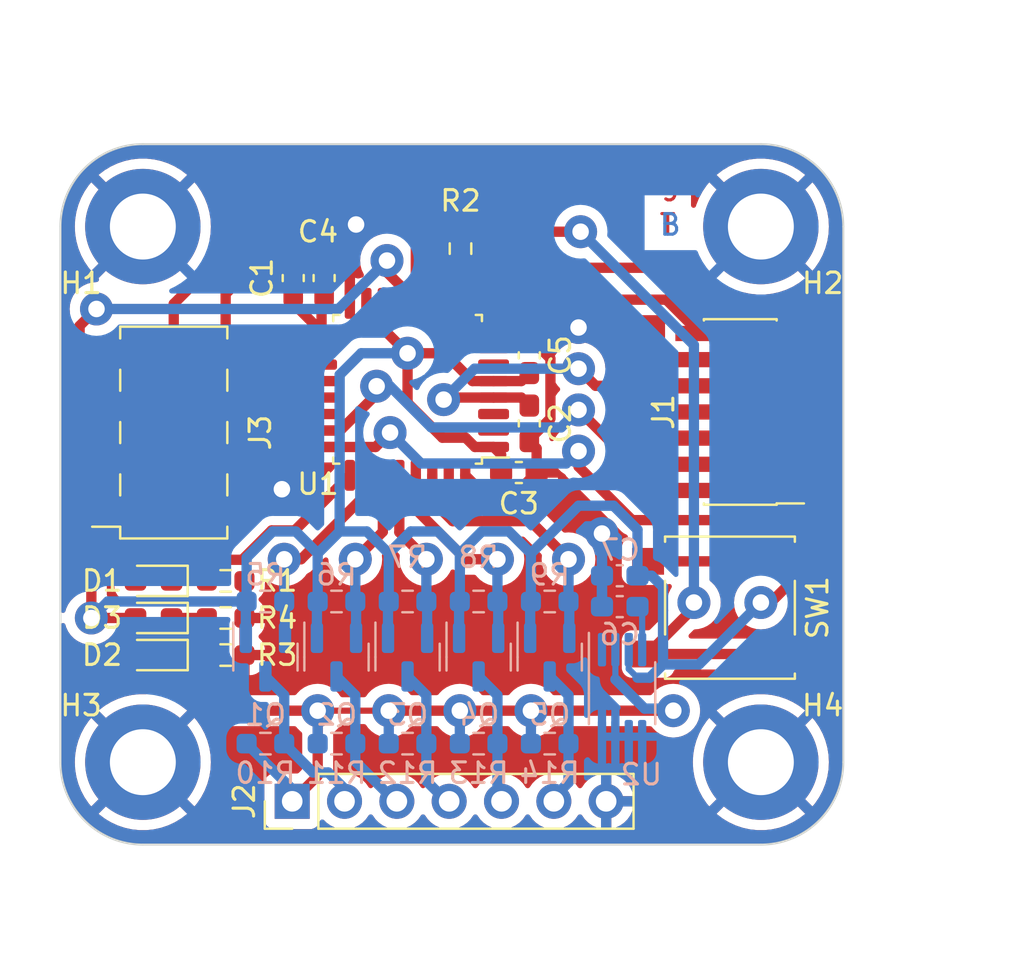
<source format=kicad_pcb>
(kicad_pcb (version 20221018) (generator pcbnew)
  (layers (0 "F.Cu" signal) (31 "B.Cu" signal) (34 "B.Paste" user) (35 "F.Paste" user) (36 "B.SilkS" user "B.Silkscreen") (37 "F.SilkS" user "F.Silkscreen") (38 "B.Mask" user) (39 "F.Mask" user) (44 "Edge.Cuts" user))
  (net 0 "")
  (net 1 "+5V")
  (net 2 "GND")
  (net 3 "+3.3V")
  (net 4 "Net-(D1-K)")
  (net 6 "Net-(D3-K)")
  (net 7 "Status_LED")
  (net 8 "Data_Clock_SNES")
  (net 9 "Data_Latch_SNES")
  (net 10 "Net-(D2-K)")
  (net 11 "Serial_Data1_SNES")
  (net 12 "Serial_Data2_SNES")
  (net 13 "SPI_Chip_Select")
  (net 14 "Chip_Enable")
  (net 15 "SPI_Digital_Input")
  (net 16 "SPI_Clock")
  (net 17 "SPI_Digital_Output")
  (net 18 "IOBit_SNES")
  (net 19 "Data_Clock_STM32")
  (net 20 "Data_Latch_STM32")
  (net 21 "Appairing_Btn")
  (net 22 "Net-(U2-BP)")
  (net 23 "SWDIO")
  (net 24 "SWDCK")
  (net 27 "NRST")
  (net 28 "USART2_RX")
  (net 29 "USART2_TX")
  (net 30 "Serial_Data1_STM32")
  (net 31 "IOBit_STM32")
  (net 32 "Serial_Data2_STM32")
  (footprint "Connector_PinHeader_2.54mm:PinHeader_1x07_P2.54mm_Vertical" (layer "F.Cu") (at 107.25 127.9 90)
    (fp_text reference "J2" (at 0 -2.33 90) (layer "F.SilkS"))
    (fp_text value "Conn_01x07_Socket")
    (pad "1" thru_hole rect (at 0 0 90) (size 1.7 1.7) (drill 1) (layers "*.Cu" "*.Mask") (net 1 "+5V"))
    (pad "2" thru_hole oval (at 0 2.54 90) (size 1.7 1.7) (drill 1) (layers "*.Cu" "*.Mask") (net 8 "Data_Clock_SNES"))
    (pad "3" thru_hole oval (at 0 5.08 90) (size 1.7 1.7) (drill 1) (layers "*.Cu" "*.Mask") (net 9 "Data_Latch_SNES"))
    (pad "4" thru_hole oval (at 0 7.62 90) (size 1.7 1.7) (drill 1) (layers "*.Cu" "*.Mask") (net 11 "Serial_Data1_SNES"))
    (pad "5" thru_hole oval (at 0 10.16 90) (size 1.7 1.7) (drill 1) (layers "*.Cu" "*.Mask") (net 12 "Serial_Data2_SNES"))
    (pad "6" thru_hole oval (at 0 12.7 90) (size 1.7 1.7) (drill 1) (layers "*.Cu" "*.Mask") (net 18 "IOBit_SNES"))
    (pad "7" thru_hole oval (at 0 15.24 90) (size 1.7 1.7) (drill 1) (layers "*.Cu" "*.Mask") (net 2 "GND"))
  )
  (footprint "Diode_SMD:D_0603_1608Metric_Pad1.05x0.95mm_HandSolder" (layer "F.Cu") (at 100.51875 120.8 180)
    (fp_text reference "D2" (at 2.5 0) (layer "F.SilkS"))
    (fp_text value "LED_Small")
    (pad "1" smd roundrect (at -0.875 0 180) (size 1.05 0.95) (layers "F.Cu" "F.Paste" "F.Mask") (net 10 "Net-(D2-K)"))
    (pad "2" smd roundrect (at 0.875 0 180) (size 1.05 0.95) (layers "F.Cu" "F.Paste" "F.Mask") (net 1 "+5V"))
  )
  (footprint "MountingHole:MountingHole_3.2mm_M3_DIN965_Pad" (layer "F.Cu") (at 130 100)
    (fp_text reference "H2" (at 3 2.75) (layer "F.SilkS"))
    (fp_text value "MountingHole_Pad")
    (pad "1" thru_hole circle (at 0 0) (size 5.6 5.6) (drill 3.2) (layers "*.Cu" "*.Mask") (net 2 "GND"))
  )
  (footprint "Resistor_SMD:R_0603_1608Metric_Pad0.98x0.95mm_HandSolder" (layer "F.Cu") (at 104.01875 120.8)
    (fp_text reference "R3" (at 2.5 0) (layer "F.SilkS"))
    (fp_text value "1k")
    (pad "1" smd roundrect (at -0.9125 0) (size 0.975 0.95) (layers "F.Cu" "F.Paste" "F.Mask") (net 10 "Net-(D2-K)"))
    (pad "2" smd roundrect (at 0.9125 0) (size 0.975 0.95) (layers "F.Cu" "F.Paste" "F.Mask") (net 2 "GND"))
  )
  (footprint "Capacitor_SMD:C_0603_1608Metric_Pad1.08x0.95mm_HandSolder" (layer "F.Cu") (at 107.3 102.5 90)
    (fp_text reference "C1" (at 0 -1.52 90) (layer "F.SilkS"))
    (fp_text value "10u")
    (pad "1" smd roundrect (at -0.8625 0 90) (size 1.075 0.95) (layers "F.Cu" "F.Paste" "F.Mask") (net 3 "+3.3V"))
    (pad "2" smd roundrect (at 0.8625 0 90) (size 1.075 0.95) (layers "F.Cu" "F.Paste" "F.Mask") (net 2 "GND"))
  )
  (footprint "Capacitor_SMD:C_0603_1608Metric_Pad1.08x0.95mm_HandSolder" (layer "F.Cu") (at 118.2525 111.94)
    (fp_text reference "C3" (at -0.0025 1.51) (layer "F.SilkS"))
    (fp_text value "100n")
    (pad "1" smd roundrect (at -0.8625 0) (size 1.075 0.95) (layers "F.Cu" "F.Paste" "F.Mask") (net 3 "+3.3V"))
    (pad "2" smd roundrect (at 0.8625 0) (size 1.075 0.95) (layers "F.Cu" "F.Paste" "F.Mask") (net 2 "GND"))
  )
  (footprint "Diode_SMD:D_0603_1608Metric_Pad1.05x0.95mm_HandSolder" (layer "F.Cu") (at 100.51875 117.2 180)
    (fp_text reference "D1" (at 2.5 0) (layer "F.SilkS"))
    (fp_text value "LED_Small")
    (pad "1" smd roundrect (at -0.875 0 180) (size 1.05 0.95) (layers "F.Cu" "F.Paste" "F.Mask") (net 4 "Net-(D1-K)"))
    (pad "2" smd roundrect (at 0.875 0 180) (size 1.05 0.95) (layers "F.Cu" "F.Paste" "F.Mask") (net 7 "Status_LED"))
  )
  (footprint "MountingHole:MountingHole_3.2mm_M3_DIN965_Pad" (layer "F.Cu") (at 130 126)
    (fp_text reference "H4" (at 3 -2.75) (layer "F.SilkS"))
    (fp_text value "MountingHole_Pad")
    (pad "1" thru_hole circle (at 0 0) (size 5.6 5.6) (drill 3.2) (layers "*.Cu" "*.Mask") (net 2 "GND"))
  )
  (footprint "Resistor_SMD:R_0603_1608Metric_Pad0.98x0.95mm_HandSolder" (layer "F.Cu") (at 104.01875 119)
    (fp_text reference "R4" (at 2.5 0) (layer "F.SilkS"))
    (fp_text value "1k")
    (pad "1" smd roundrect (at -0.9125 0) (size 0.975 0.95) (layers "F.Cu" "F.Paste" "F.Mask") (net 6 "Net-(D3-K)"))
    (pad "2" smd roundrect (at 0.9125 0) (size 0.975 0.95) (layers "F.Cu" "F.Paste" "F.Mask") (net 2 "GND"))
  )
  (footprint "Package_QFP:LQFP-32_7x7mm_P0.8mm" (layer "F.Cu") (at 112.85 107.9 180)
    (fp_text reference "U1" (at 4.35 -4.6) (layer "F.SilkS"))
    (fp_text value "STM32L412KBTx")
    (pad "1" smd roundrect (at -4.175 -2.8 180) (size 1.5 0.5) (layers "F.Cu" "F.Paste" "F.Mask") (net 3 "+3.3V"))
    (pad "2" smd roundrect (at -4.175 -2 180) (size 1.5 0.5) (layers "F.Cu" "F.Paste" "F.Mask"))
    (pad "3" smd roundrect (at -4.175 -1.2 180) (size 1.5 0.5) (layers "F.Cu" "F.Paste" "F.Mask"))
    (pad "4" smd roundrect (at -4.175 -0.4 180) (size 1.5 0.5) (layers "F.Cu" "F.Paste" "F.Mask") (net 27 "NRST"))
    (pad "5" smd roundrect (at -4.175 0.4 180) (size 1.5 0.5) (layers "F.Cu" "F.Paste" "F.Mask") (net 3 "+3.3V"))
    (pad "6" smd roundrect (at -4.175 1.2 180) (size 1.5 0.5) (layers "F.Cu" "F.Paste" "F.Mask"))
    (pad "7" smd roundrect (at -4.175 2 180) (size 1.5 0.5) (layers "F.Cu" "F.Paste" "F.Mask"))
    (pad "8" smd roundrect (at -4.175 2.8 180) (size 1.5 0.5) (layers "F.Cu" "F.Paste" "F.Mask") (net 29 "USART2_TX"))
    (pad "9" smd roundrect (at -2.8 4.175 180) (size 0.5 1.5) (layers "F.Cu" "F.Paste" "F.Mask") (net 28 "USART2_RX"))
    (pad "10" smd roundrect (at -2 4.175 180) (size 0.5 1.5) (layers "F.Cu" "F.Paste" "F.Mask") (net 21 "Appairing_Btn"))
    (pad "11" smd roundrect (at -1.2 4.175 180) (size 0.5 1.5) (layers "F.Cu" "F.Paste" "F.Mask") (net 16 "SPI_Clock"))
    (pad "12" smd roundrect (at -0.4 4.175 180) (size 0.5 1.5) (layers "F.Cu" "F.Paste" "F.Mask") (net 15 "SPI_Digital_Input"))
    (pad "13" smd roundrect (at 0.4 4.175 180) (size 0.5 1.5) (layers "F.Cu" "F.Paste" "F.Mask") (net 17 "SPI_Digital_Output"))
    (pad "14" smd roundrect (at 1.2 4.175 180) (size 0.5 1.5) (layers "F.Cu" "F.Paste" "F.Mask"))
    (pad "15" smd roundrect (at 2 4.175 180) (size 0.5 1.5) (layers "F.Cu" "F.Paste" "F.Mask"))
    (pad "16" smd roundrect (at 2.8 4.175 180) (size 0.5 1.5) (layers "F.Cu" "F.Paste" "F.Mask") (net 2 "GND"))
    (pad "17" smd roundrect (at 4.175 2.8 180) (size 1.5 0.5) (layers "F.Cu" "F.Paste" "F.Mask") (net 3 "+3.3V"))
    (pad "18" smd roundrect (at 4.175 2 180) (size 1.5 0.5) (layers "F.Cu" "F.Paste" "F.Mask") (net 13 "SPI_Chip_Select"))
    (pad "19" smd roundrect (at 4.175 1.2 180) (size 1.5 0.5) (layers "F.Cu" "F.Paste" "F.Mask") (net 14 "Chip_Enable"))
    (pad "20" smd roundrect (at 4.175 0.4 180) (size 1.5 0.5) (layers "F.Cu" "F.Paste" "F.Mask"))
    (pad "21" smd roundrect (at 4.175 -0.4 180) (size 1.5 0.5) (layers "F.Cu" "F.Paste" "F.Mask"))
    (pad "22" smd roundrect (at 4.175 -1.2 180) (size 1.5 0.5) (layers "F.Cu" "F.Paste" "F.Mask"))
    (pad "23" smd roundrect (at 4.175 -2 180) (size 1.5 0.5) (layers "F.Cu" "F.Paste" "F.Mask") (net 23 "SWDIO"))
    (pad "24" smd roundrect (at 4.175 -2.8 180) (size 1.5 0.5) (layers "F.Cu" "F.Paste" "F.Mask") (net 24 "SWDCK"))
    (pad "25" smd roundrect (at 2.8 -4.175 180) (size 0.5 1.5) (layers "F.Cu" "F.Paste" "F.Mask") (net 7 "Status_LED"))
    (pad "26" smd roundrect (at 2 -4.175 180) (size 0.5 1.5) (layers "F.Cu" "F.Paste" "F.Mask") (net 19 "Data_Clock_STM32"))
    (pad "27" smd roundrect (at 1.2 -4.175 180) (size 0.5 1.5) (layers "F.Cu" "F.Paste" "F.Mask") (net 20 "Data_Latch_STM32"))
    (pad "28" smd roundrect (at 0.4 -4.175 180) (size 0.5 1.5) (layers "F.Cu" "F.Paste" "F.Mask") (net 30 "Serial_Data1_STM32"))
    (pad "29" smd roundrect (at -0.4 -4.175 180) (size 0.5 1.5) (layers "F.Cu" "F.Paste" "F.Mask") (net 32 "Serial_Data2_STM32"))
    (pad "30" smd roundrect (at -1.2 -4.175 180) (size 0.5 1.5) (layers "F.Cu" "F.Paste" "F.Mask") (net 31 "IOBit_STM32"))
    (pad "31" smd roundrect (at -2 -4.175 180) (size 0.5 1.5) (layers "F.Cu" "F.Paste" "F.Mask"))
    (pad "32" smd roundrect (at -2.8 -4.175 180) (size 0.5 1.5) (layers "F.Cu" "F.Paste" "F.Mask") (net 2 "GND"))
  )
  (footprint "MountingHole:MountingHole_3.2mm_M3_DIN965_Pad" (layer "F.Cu") (at 100 100)
    (fp_text reference "H1" (at -3 2.75) (layer "F.SilkS"))
    (fp_text value "MountingHole_Pad")
    (pad "1" thru_hole circle (at 0 0) (size 5.6 5.6) (drill 3.2) (layers "*.Cu" "*.Mask") (net 2 "GND"))
  )
  (footprint "Connector_PinSocket_2.54mm:PinSocket_2x04_P2.54mm_Vertical_SMD" (layer "F.Cu") (at 101.5 110 180)
    (fp_text reference "J3" (at -4.2 0 90) (layer "F.SilkS"))
    (fp_text value "Conn_01x08_Socket")
    (pad "1" smd rect (at 2.52 -3.81 180) (size 3 1) (layers "F.Cu" "F.Paste" "F.Mask") (net 3 "+3.3V"))
    (pad "2" smd rect (at -2.52 -3.81 180) (size 3 1) (layers "F.Cu" "F.Paste" "F.Mask") (net 2 "GND"))
    (pad "3" smd rect (at 2.52 -1.27 180) (size 3 1) (layers "F.Cu" "F.Paste" "F.Mask") (net 13 "SPI_Chip_Select"))
    (pad "4" smd rect (at -2.52 -1.27 180) (size 3 1) (layers "F.Cu" "F.Paste" "F.Mask") (net 14 "Chip_Enable"))
    (pad "5" smd rect (at 2.52 1.27 180) (size 3 1) (layers "F.Cu" "F.Paste" "F.Mask") (net 17 "SPI_Digital_Output"))
    (pad "6" smd rect (at -2.52 1.27 180) (size 3 1) (layers "F.Cu" "F.Paste" "F.Mask") (net 16 "SPI_Clock"))
    (pad "7" smd rect (at 2.52 3.81 180) (size 3 1) (layers "F.Cu" "F.Paste" "F.Mask"))
    (pad "8" smd rect (at -2.52 3.81 180) (size 3 1) (layers "F.Cu" "F.Paste" "F.Mask") (net 15 "SPI_Digital_Input"))
  )
  (footprint "MountingHole:MountingHole_3.2mm_M3_DIN965_Pad" (layer "F.Cu") (at 100 126)
    (fp_text reference "H3" (at -3 -2.75) (layer "F.SilkS"))
    (fp_text value "MountingHole_Pad")
    (pad "1" thru_hole circle (at 0 0) (size 5.6 5.6) (drill 3.2) (layers "*.Cu" "*.Mask") (net 2 "GND"))
  )
  (footprint "Capacitor_SMD:C_0603_1608Metric_Pad1.08x0.95mm_HandSolder" (layer "F.Cu") (at 108.8 102.5 90)
    (fp_text reference "C4" (at 2.25 -0.3 180) (layer "F.SilkS"))
    (fp_text value "100n")
    (pad "1" smd roundrect (at -0.8625 0 90) (size 1.075 0.95) (layers "F.Cu" "F.Paste" "F.Mask") (net 3 "+3.3V"))
    (pad "2" smd roundrect (at 0.8625 0 90) (size 1.075 0.95) (layers "F.Cu" "F.Paste" "F.Mask") (net 2 "GND"))
  )
  (footprint "Diode_SMD:D_0603_1608Metric_Pad1.05x0.95mm_HandSolder" (layer "F.Cu") (at 100.51875 119 180)
    (fp_text reference "D3" (at 2.5 0) (layer "F.SilkS"))
    (fp_text value "LED")
    (pad "1" smd roundrect (at -0.875 0 180) (size 1.05 0.95) (layers "F.Cu" "F.Paste" "F.Mask") (net 6 "Net-(D3-K)"))
    (pad "2" smd roundrect (at 0.875 0 180) (size 1.05 0.95) (layers "F.Cu" "F.Paste" "F.Mask") (net 3 "+3.3V"))
  )
  (footprint "Resistor_SMD:R_0603_1608Metric_Pad0.98x0.95mm_HandSolder" (layer "F.Cu") (at 104.01875 117.2)
    (fp_text reference "R1" (at 2.5 0) (layer "F.SilkS"))
    (fp_text value "1k")
    (pad "1" smd roundrect (at -0.9125 0) (size 0.975 0.95) (layers "F.Cu" "F.Paste" "F.Mask") (net 4 "Net-(D1-K)"))
    (pad "2" smd roundrect (at 0.9125 0) (size 0.975 0.95) (layers "F.Cu" "F.Paste" "F.Mask") (net 2 "GND"))
  )
  (footprint "Capacitor_SMD:C_0603_1608Metric_Pad1.08x0.95mm_HandSolder" (layer "F.Cu") (at 118.76 106.25 90)
    (fp_text reference "C5" (at 0 1.5 90) (layer "F.SilkS"))
    (fp_text value "100n")
    (pad "1" smd roundrect (at -0.8625 0 90) (size 1.075 0.95) (layers "F.Cu" "F.Paste" "F.Mask") (net 3 "+3.3V"))
    (pad "2" smd roundrect (at 0.8625 0 90) (size 1.075 0.95) (layers "F.Cu" "F.Paste" "F.Mask") (net 2 "GND"))
  )
  (footprint "Button_Switch_SMD:SW_SPST_B3S-1000" (layer "F.Cu") (at 128.5 118.5 180)
    (fp_text reference "SW1" (at -4.25 0 270) (layer "F.SilkS"))
    (fp_text value "SW_SPST")
    (pad "1" smd rect (at -3.975 -2.25 180) (size 1.55 1.3) (layers "F.Cu" "F.Paste" "F.Mask") (net 21 "Appairing_Btn"))
    (pad "1" smd rect (at 3.975 -2.25 180) (size 1.55 1.3) (layers "F.Cu" "F.Paste" "F.Mask") (net 21 "Appairing_Btn"))
    (pad "2" smd rect (at -3.975 2.25 180) (size 1.55 1.3) (layers "F.Cu" "F.Paste" "F.Mask") (net 3 "+3.3V"))
    (pad "2" smd rect (at 3.975 2.25 180) (size 1.55 1.3) (layers "F.Cu" "F.Paste" "F.Mask") (net 3 "+3.3V"))
  )
  (footprint "Capacitor_SMD:C_0603_1608Metric_Pad1.08x0.95mm_HandSolder" (layer "F.Cu") (at 118.76 109.5525 90)
    (fp_text reference "C2" (at 0 1.5 90) (layer "F.SilkS"))
    (fp_text value "100n")
    (pad "1" smd roundrect (at -0.8625 0 90) (size 1.075 0.95) (layers "F.Cu" "F.Paste" "F.Mask") (net 2 "GND"))
    (pad "2" smd roundrect (at 0.8625 0 90) (size 1.075 0.95) (layers "F.Cu" "F.Paste" "F.Mask") (net 27 "NRST"))
  )
  (footprint "Connector_PinHeader_1.27mm:PinHeader_2x07_P1.27mm_Vertical_SMD" (layer "F.Cu") (at 129 109 180)
    (fp_text reference "J1" (at 3.73 0 90) (layer "F.SilkS"))
    (fp_text value "Conn_02x07_Odd_Even")
    (pad "1" smd rect (at -1.95 -3.81 180) (size 2.4 0.74) (layers "F.Cu" "F.Paste" "F.Mask") (net 24 "SWDCK"))
    (pad "2" smd rect (at 1.95 -3.81 180) (size 2.4 0.74) (layers "F.Cu" "F.Paste" "F.Mask") (net 23 "SWDIO"))
    (pad "3" smd rect (at -1.95 -2.54 180) (size 2.4 0.74) (layers "F.Cu" "F.Paste" "F.Mask") (net 3 "+3.3V"))
    (pad "4" smd rect (at 1.95 -2.54 180) (size 2.4 0.74) (layers "F.Cu" "F.Paste" "F.Mask"))
    (pad "5" smd rect (at -1.95 -1.27 180) (size 2.4 0.74) (layers "F.Cu" "F.Paste" "F.Mask") (net 2 "GND"))
    (pad "6" smd rect (at 1.95 -1.27 180) (size 2.4 0.74) (layers "F.Cu" "F.Paste" "F.Mask"))
    (pad "7" smd rect (at -1.95 0 180) (size 2.4 0.74) (layers "F.Cu" "F.Paste" "F.Mask") (net 2 "GND"))
    (pad "8" smd rect (at 1.95 0 180) (size 2.4 0.74) (layers "F.Cu" "F.Paste" "F.Mask"))
    (pad "9" smd rect (at -1.95 1.27 180) (size 2.4 0.74) (layers "F.Cu" "F.Paste" "F.Mask"))
    (pad "10" smd rect (at 1.95 1.27 180) (size 2.4 0.74) (layers "F.Cu" "F.Paste" "F.Mask") (net 27 "NRST"))
    (pad "11" smd rect (at -1.95 2.54 180) (size 2.4 0.74) (layers "F.Cu" "F.Paste" "F.Mask") (net 2 "GND"))
    (pad "12" smd rect (at 1.95 2.54 180) (size 2.4 0.74) (layers "F.Cu" "F.Paste" "F.Mask") (net 28 "USART2_RX"))
    (pad "13" smd rect (at -1.95 3.81 180) (size 2.4 0.74) (layers "F.Cu" "F.Paste" "F.Mask"))
    (pad "14" smd rect (at 1.95 3.81 180) (size 2.4 0.74) (layers "F.Cu" "F.Paste" "F.Mask") (net 29 "USART2_TX"))
  )
  (footprint "Resistor_SMD:R_0603_1608Metric_Pad0.98x0.95mm_HandSolder" (layer "F.Cu") (at 115.42 101.07 90)
    (fp_text reference "R2" (at 2.32 0 180) (layer "F.SilkS"))
    (fp_text value "10k")
    (pad "1" smd roundrect (at -0.9125 0 90) (size 0.975 0.95) (layers "F.Cu" "F.Paste" "F.Mask") (net 21 "Appairing_Btn"))
    (pad "2" smd roundrect (at 0.9125 0 90) (size 0.975 0.95) (layers "F.Cu" "F.Paste" "F.Mask") (net 2 "GND"))
  )
  (footprint "Package_TO_SOT_SMD:SOT-23" (layer "B.Cu") (at 119.75 120.9 -90)
    (fp_text reference "Q5" (at 2.8 0) (layer "B.SilkS") (effects (justify mirror)))
    (fp_text value "2N7002")
    (pad "1" smd roundrect (at -0.9375 0.95 270) (size 1.475 0.6) (layers "B.Cu" "B.Paste" "B.Mask") (net 3 "+3.3V"))
    (pad "2" smd roundrect (at -0.9375 -0.95 270) (size 1.475 0.6) (layers "B.Cu" "B.Paste" "B.Mask") (net 31 "IOBit_STM32"))
    (pad "3" smd roundrect (at 0.9375 0 270) (size 1.475 0.6) (layers "B.Cu" "B.Paste" "B.Mask") (net 18 "IOBit_SNES"))
  )
  (footprint "Capacitor_SMD:C_0603_1608Metric_Pad1.08x0.95mm_HandSolder" (layer "B.Cu") (at 123.15 116.95 180)
    (fp_text reference "C7" (at 0 1.25) (layer "B.SilkS") (effects (justify mirror)))
    (fp_text value "2.2u")
    (pad "1" smd roundrect (at -0.8625 0 180) (size 1.075 0.95) (layers "B.Cu" "B.Paste" "B.Mask") (net 3 "+3.3V"))
    (pad "2" smd roundrect (at 0.8625 0 180) (size 1.075 0.95) (layers "B.Cu" "B.Paste" "B.Mask") (net 2 "GND"))
  )
  (footprint "Resistor_SMD:R_0603_1608Metric_Pad0.98x0.95mm_HandSolder" (layer "B.Cu") (at 119.75 125.1)
    (fp_text reference "R14" (at 0 1.43) (layer "B.SilkS") (effects (justify mirror)))
    (fp_text value "10k")
    (pad "1" smd roundrect (at -0.9125 0) (size 0.975 0.95) (layers "B.Cu" "B.Paste" "B.Mask") (net 1 "+5V"))
    (pad "2" smd roundrect (at 0.9125 0) (size 0.975 0.95) (layers "B.Cu" "B.Paste" "B.Mask") (net 18 "IOBit_SNES"))
  )
  (footprint "Package_TO_SOT_SMD:SOT-23" (layer "B.Cu") (at 105.95 120.9 -90)
    (fp_text reference "Q1" (at 2.8 0) (layer "B.SilkS") (effects (justify mirror)))
    (fp_text value "2N7002")
    (pad "1" smd roundrect (at -0.9375 0.95 270) (size 1.475 0.6) (layers "B.Cu" "B.Paste" "B.Mask") (net 3 "+3.3V"))
    (pad "2" smd roundrect (at -0.9375 -0.95 270) (size 1.475 0.6) (layers "B.Cu" "B.Paste" "B.Mask") (net 19 "Data_Clock_STM32"))
    (pad "3" smd roundrect (at 0.9375 0 270) (size 1.475 0.6) (layers "B.Cu" "B.Paste" "B.Mask") (net 8 "Data_Clock_SNES"))
  )
  (footprint "Resistor_SMD:R_0603_1608Metric_Pad0.98x0.95mm_HandSolder" (layer "B.Cu") (at 109.4 118.2)
    (fp_text reference "R6" (at 0 -1.3) (layer "B.SilkS") (effects (justify mirror)))
    (fp_text value "10k")
    (pad "1" smd roundrect (at -0.9125 0) (size 0.975 0.95) (layers "B.Cu" "B.Paste" "B.Mask") (net 3 "+3.3V"))
    (pad "2" smd roundrect (at 0.9125 0) (size 0.975 0.95) (layers "B.Cu" "B.Paste" "B.Mask") (net 20 "Data_Latch_STM32"))
  )
  (footprint "Resistor_SMD:R_0603_1608Metric_Pad0.98x0.95mm_HandSolder" (layer "B.Cu") (at 105.95 118.2)
    (fp_text reference "R5" (at 0 -1.3) (layer "B.SilkS") (effects (justify mirror)))
    (fp_text value "10k")
    (pad "1" smd roundrect (at -0.9125 0) (size 0.975 0.95) (layers "B.Cu" "B.Paste" "B.Mask") (net 3 "+3.3V"))
    (pad "2" smd roundrect (at 0.9125 0) (size 0.975 0.95) (layers "B.Cu" "B.Paste" "B.Mask") (net 19 "Data_Clock_STM32"))
  )
  (footprint "Capacitor_SMD:C_0603_1608Metric_Pad1.08x0.95mm_HandSolder" (layer "B.Cu") (at 123.15 118.45 180)
    (fp_text reference "C6" (at 0 -1.35) (layer "B.SilkS") (effects (justify mirror)))
    (fp_text value "470p")
    (pad "1" smd roundrect (at -0.8625 0 180) (size 1.075 0.95) (layers "B.Cu" "B.Paste" "B.Mask") (net 22 "Net-(U2-BP)"))
    (pad "2" smd roundrect (at 0.8625 0 180) (size 1.075 0.95) (layers "B.Cu" "B.Paste" "B.Mask") (net 2 "GND"))
  )
  (footprint "Package_SO:MSOP-8_3x3mm_P0.65mm" (layer "B.Cu") (at 123.2625 122.65 -90)
    (fp_text reference "U2" (at 3.95 -0.9375) (layer "B.SilkS") (effects (justify mirror)))
    (fp_text value "MIC5219-3.3YMM")
    (pad "1" smd roundrect (at -2.1125 0.975 270) (size 1.625 0.4) (layers "B.Cu" "B.Paste" "B.Mask"))
    (pad "2" smd roundrect (at -2.1125 0.325 270) (size 1.625 0.4) (layers "B.Cu" "B.Paste" "B.Mask") (net 1 "+5V"))
    (pad "3" smd roundrect (at -2.1125 -0.325 270) (size 1.625 0.4) (layers "B.Cu" "B.Paste" "B.Mask") (net 3 "+3.3V"))
    (pad "4" smd roundrect (at -2.1125 -0.975 270) (size 1.625 0.4) (layers "B.Cu" "B.Paste" "B.Mask") (net 22 "Net-(U2-BP)"))
    (pad "5" smd roundrect (at 2.1125 -0.975 270) (size 1.625 0.4) (layers "B.Cu" "B.Paste" "B.Mask") (net 2 "GND"))
    (pad "6" smd roundrect (at 2.1125 -0.325 270) (size 1.625 0.4) (layers "B.Cu" "B.Paste" "B.Mask") (net 2 "GND"))
    (pad "7" smd roundrect (at 2.1125 0.325 270) (size 1.625 0.4) (layers "B.Cu" "B.Paste" "B.Mask") (net 2 "GND"))
    (pad "8" smd roundrect (at 2.1125 0.975 270) (size 1.625 0.4) (layers "B.Cu" "B.Paste" "B.Mask") (net 2 "GND"))
  )
  (footprint "Resistor_SMD:R_0603_1608Metric_Pad0.98x0.95mm_HandSolder" (layer "B.Cu") (at 105.95 125.1)
    (fp_text reference "R10" (at 0 1.43) (layer "B.SilkS") (effects (justify mirror)))
    (fp_text value "10k")
    (pad "1" smd roundrect (at -0.9125 0) (size 0.975 0.95) (layers "B.Cu" "B.Paste" "B.Mask") (net 1 "+5V"))
    (pad "2" smd roundrect (at 0.9125 0) (size 0.975 0.95) (layers "B.Cu" "B.Paste" "B.Mask") (net 8 "Data_Clock_SNES"))
  )
  (footprint "Resistor_SMD:R_0603_1608Metric_Pad0.98x0.95mm_HandSolder" (layer "B.Cu") (at 119.75 118.2)
    (fp_text reference "R9" (at 0 -1.3) (layer "B.SilkS") (effects (justify mirror)))
    (fp_text value "10k")
    (pad "1" smd roundrect (at -0.9125 0) (size 0.975 0.95) (layers "B.Cu" "B.Paste" "B.Mask") (net 3 "+3.3V"))
    (pad "2" smd roundrect (at 0.9125 0) (size 0.975 0.95) (layers "B.Cu" "B.Paste" "B.Mask") (net 31 "IOBit_STM32"))
  )
  (footprint "Resistor_SMD:R_0603_1608Metric_Pad0.98x0.95mm_HandSolder" (layer "B.Cu") (at 112.85 118.2)
    (fp_text reference "R7" (at 0 -2.15) (layer "B.SilkS") (effects (justify mirror)))
    (fp_text value "10k")
    (pad "1" smd roundrect (at -0.9125 0) (size 0.975 0.95) (layers "B.Cu" "B.Paste" "B.Mask") (net 3 "+3.3V"))
    (pad "2" smd roundrect (at 0.9125 0) (size 0.975 0.95) (layers "B.Cu" "B.Paste" "B.Mask") (net 30 "Serial_Data1_STM32"))
  )
  (footprint "Package_TO_SOT_SMD:SOT-23" (layer "B.Cu") (at 109.4 120.9 -90)
    (fp_text reference "Q2" (at 2.8 0) (layer "B.SilkS") (effects (justify mirror)))
    (fp_text value "2N7002")
    (pad "1" smd roundrect (at -0.9375 0.95 270) (size 1.475 0.6) (layers "B.Cu" "B.Paste" "B.Mask") (net 3 "+3.3V"))
    (pad "2" smd roundrect (at -0.9375 -0.95 270) (size 1.475 0.6) (layers "B.Cu" "B.Paste" "B.Mask") (net 20 "Data_Latch_STM32"))
    (pad "3" smd roundrect (at 0.9375 0 270) (size 1.475 0.6) (layers "B.Cu" "B.Paste" "B.Mask") (net 9 "Data_Latch_SNES"))
  )
  (footprint "Resistor_SMD:R_0603_1608Metric_Pad0.98x0.95mm_HandSolder" (layer "B.Cu") (at 112.85 125.1)
    (fp_text reference "R12" (at 0 1.43) (layer "B.SilkS") (effects (justify mirror)))
    (fp_text value "10k")
    (pad "1" smd roundrect (at -0.9125 0) (size 0.975 0.95) (layers "B.Cu" "B.Paste" "B.Mask") (net 1 "+5V"))
    (pad "2" smd roundrect (at 0.9125 0) (size 0.975 0.95) (layers "B.Cu" "B.Paste" "B.Mask") (net 11 "Serial_Data1_SNES"))
  )
  (footprint "Package_TO_SOT_SMD:SOT-23" (layer "B.Cu") (at 116.3 120.9 -90)
    (fp_text reference "Q4" (at 2.8 0) (layer "B.SilkS") (effects (justify mirror)))
    (fp_text value "2N7002")
    (pad "1" smd roundrect (at -0.9375 0.95 270) (size 1.475 0.6) (layers "B.Cu" "B.Paste" "B.Mask") (net 3 "+3.3V"))
    (pad "2" smd roundrect (at -0.9375 -0.95 270) (size 1.475 0.6) (layers "B.Cu" "B.Paste" "B.Mask") (net 32 "Serial_Data2_STM32"))
    (pad "3" smd roundrect (at 0.9375 0 270) (size 1.475 0.6) (layers "B.Cu" "B.Paste" "B.Mask") (net 12 "Serial_Data2_SNES"))
  )
  (footprint "Resistor_SMD:R_0603_1608Metric_Pad0.98x0.95mm_HandSolder" (layer "B.Cu") (at 116.3 118.2)
    (fp_text reference "R8" (at 0 -2.15) (layer "B.SilkS") (effects (justify mirror)))
    (fp_text value "10k")
    (pad "1" smd roundrect (at -0.9125 0) (size 0.975 0.95) (layers "B.Cu" "B.Paste" "B.Mask") (net 3 "+3.3V"))
    (pad "2" smd roundrect (at 0.9125 0) (size 0.975 0.95) (layers "B.Cu" "B.Paste" "B.Mask") (net 32 "Serial_Data2_STM32"))
  )
  (footprint "Resistor_SMD:R_0603_1608Metric_Pad0.98x0.95mm_HandSolder" (layer "B.Cu") (at 116.3 125.1)
    (fp_text reference "R13" (at 0 1.43) (layer "B.SilkS") (effects (justify mirror)))
    (fp_text value "10k")
    (pad "1" smd roundrect (at -0.9125 0) (size 0.975 0.95) (layers "B.Cu" "B.Paste" "B.Mask") (net 1 "+5V"))
    (pad "2" smd roundrect (at 0.9125 0) (size 0.975 0.95) (layers "B.Cu" "B.Paste" "B.Mask") (net 12 "Serial_Data2_SNES"))
  )
  (footprint "Resistor_SMD:R_0603_1608Metric_Pad0.98x0.95mm_HandSolder" (layer "B.Cu") (at 109.4 125.1)
    (fp_text reference "R11" (at 0 1.43) (layer "B.SilkS") (effects (justify mirror)))
    (fp_text value "10k")
    (pad "1" smd roundrect (at -0.9125 0) (size 0.975 0.95) (layers "B.Cu" "B.Paste" "B.Mask") (net 1 "+5V"))
    (pad "2" smd roundrect (at 0.9125 0) (size 0.975 0.95) (layers "B.Cu" "B.Paste" "B.Mask") (net 9 "Data_Latch_SNES"))
  )
  (footprint "Package_TO_SOT_SMD:SOT-23" (layer "B.Cu") (at 112.85 120.9 -90)
    (fp_text reference "Q3" (at 2.8 0) (layer "B.SilkS") (effects (justify mirror)))
    (fp_text value "2N7002")
    (pad "1" smd roundrect (at -0.9375 0.95 270) (size 1.475 0.6) (layers "B.Cu" "B.Paste" "B.Mask") (net 3 "+3.3V"))
    (pad "2" smd roundrect (at -0.9375 -0.95 270) (size 1.475 0.6) (layers "B.Cu" "B.Paste" "B.Mask") (net 30 "Serial_Data1_STM32"))
    (pad "3" smd roundrect (at 0.9375 0 270) (size 1.475 0.6) (layers "B.Cu" "B.Paste" "B.Mask") (net 11 "Serial_Data1_SNES"))
  )
  (gr_arc (start 100 130) (mid 97.171573 128.828427) (end 96 126) (stroke (width 0.1)) (layer "Edge.Cuts"))
  (gr_arc (start 96 100) (mid 97.171573 97.171573) (end 100 96) (stroke (width 0.1)) (layer "Edge.Cuts"))
  (gr_line (start 134 100) (end 134 126) (stroke (width 0.1)) (layer "Edge.Cuts"))
  (gr_arc (start 130 96) (mid 132.828427 97.171573) (end 134 100) (stroke (width 0.1)) (layer "Edge.Cuts"))
  (gr_arc (start 134 126) (mid 132.828427 128.828427) (end 130 130) (stroke (width 0.1)) (layer "Edge.Cuts"))
  (gr_line (start 130 130) (end 100 130) (stroke (width 0.1)) (layer "Edge.Cuts"))
  (gr_line (start 100 96) (end 130 96) (stroke (width 0.1)) (layer "Edge.Cuts"))
  (gr_line (start 96 126) (end 96 100) (stroke (width 0.1)) (layer "Edge.Cuts"))
  (gr_text "SNES Plug" (at 118 98.5) (layer "F.Cu") (effects (font (size 1 1)) (justify left bottom)))
  (gr_text "T" (at 125 100.5) (layer "F.Cu") (effects (font (size 1 1)) (justify left bottom)))
  (gr_text "B" (at 125 100.5) (layer "B.Cu") (effects (font (size 1 1)) (justify left bottom)))
  (segment (start 101.059189 122.25) (end 102.5 122.25) (width 0.5) (layer "F.Cu") (net 1))
  (segment (start 99.64375 120.834561) (end 101.059189 122.25) (width 0.5) (layer "F.Cu") (net 1))
  (segment (start 115.3875 123.5) (end 118.8375 123.5) (width 0.5) (layer "F.Cu") (net 1))
  (segment (start 99.64375 120.8) (end 99.64375 120.834561) (width 0.5) (layer "F.Cu") (net 1))
  (segment (start 103.75 123.5) (end 108.4875 123.5) (width 0.5) (layer "F.Cu") (net 1))
  (segment (start 108.4875 123.5) (end 108.4875 126.6625) (width 0.5) (layer "F.Cu") (net 1))
  (segment (start 115.3875 123.5) (end 111.9375 123.5) (width 0.5) (layer "F.Cu") (net 1))
  (segment (start 108.4875 126.6625) (end 107.25 127.9) (width 0.5) (layer "F.Cu") (net 1))
  (segment (start 118.8375 123.5) (end 125.75 123.5) (width 0.5) (layer "F.Cu") (net 1))
  (segment (start 108.4875 123.5) (end 111.9375 123.5) (width 0.3) (layer "F.Cu") (net 1))
  (segment (start 102.5 122.25) (end 103.75 123.5) (width 0.5) (layer "F.Cu") (net 1))
  (via (at 108.4875 123.5) (size 1.6) (drill 0.8) (layers "F.Cu" "B.Cu") (net 1))
  (via (at 118.8375 123.5) (size 1.6) (drill 0.8) (layers "F.Cu" "B.Cu") (net 1))
  (via (at 115.3875 123.5) (size 1.6) (drill 0.8) (layers "F.Cu" "B.Cu") (net 1))
  (via (at 125.75 123.5) (size 1.6) (drill 0.8) (layers "F.Cu" "B.Cu") (net 1))
  (via (at 111.9375 123.5) (size 1.6) (drill 0.8) (layers "F.Cu" "B.Cu") (net 1))
  (segment (start 124.356739 123.4) (end 122.9375 121.980761) (width 0.5) (layer "B.Cu") (net 1))
  (segment (start 107.25 127.9) (end 107.25 127.3125) (width 0.5) (layer "B.Cu") (net 1))
  (segment (start 107.25 127.3125) (end 105.0375 125.1) (width 0.5) (layer "B.Cu") (net 1))
  (segment (start 115.3875 123.5) (end 115.3875 125.1) (width 0.5) (layer "B.Cu") (net 1))
  (segment (start 111.9375 123.5) (end 111.9375 125.1) (width 0.5) (layer "B.Cu") (net 1))
  (segment (start 108.4875 125.1) (end 108.4875 123.5) (width 0.5) (layer "B.Cu") (net 1))
  (segment (start 122.9375 120.5375) (end 122.9375 121.980761) (width 0.3) (layer "B.Cu") (net 1))
  (segment (start 125.65 123.4) (end 124.356739 123.4) (width 0.5) (layer "B.Cu") (net 1))
  (segment (start 125.75 123.5) (end 125.65 123.4) (width 0.5) (layer "B.Cu") (net 1))
  (segment (start 118.8375 123.5) (end 118.8375 125.1) (width 0.5) (layer "B.Cu") (net 1))
  (segment (start 116.54 112.965) (end 118.09 112.965) (width 0.5) (layer "F.Cu") (net 2))
  (segment (start 119.785 106.4125) (end 118.76 105.3875) (width 0.5) (layer "F.Cu") (net 2))
  (segment (start 119.785 109.316193) (end 119.785 106.4125) (width 0.5) (layer "F.Cu") (net 2))
  (segment (start 115.65 112.075) (end 116.54 112.965) (width 0.5) (layer "F.Cu") (net 2))
  (segment (start 118.09 112.965) (end 119.115 111.94) (width 0.5) (layer "F.Cu") (net 2))
  (segment (start 118.76 110.415) (end 118.76 110.341193) (width 0.5) (layer "F.Cu") (net 2))
  (segment (start 105.69 113.81) (end 104.02 113.81) (width 0.5) (layer "F.Cu") (net 2))
  (segment (start 118.76 110.341193) (end 119.785 109.316193) (width 0.5) (layer "F.Cu") (net 2))
  (segment (start 119.115 110.77) (end 118.76 110.415) (width 0.5) (layer "F.Cu") (net 2))
  (segment (start 106.75 112.75) (end 105.69 113.81) (width 0.5) (layer "F.Cu") (net 2))
  (segment (start 108.8 101.6375) (end 108.8 101.45) (width 0.5) (layer "F.Cu") (net 2))
  (segment (start 107.3 101.6375) (end 108.8 101.6375) (width 0.5) (layer "F.Cu") (net 2))
  (segment (start 119.115 111.94) (end 119.115 110.77) (width 0.5) (layer "F.Cu") (net 2))
  (segment (start 120.661689 105.3875) (end 118.76 105.3875) (width 0.5) (layer "F.Cu") (net 2))
  (segment (start 121.149189 104.9) (end 120.661689 105.3875) (width 0.5) (layer "F.Cu") (net 2))
  (segment (start 110.05 100.2) (end 110.05 103.725) (width 0.5) (layer "F.Cu") (net 2))
  (segment (start 108.8 101.45) (end 110.35 99.9) (width 0.5) (layer "F.Cu") (net 2))
  (segment (start 110.35 99.9) (end 110.05 100.2) (width 0.5) (layer "F.Cu") (net 2))
  (via (at 121.149189 104.9) (size 1.6) (drill 0.8) (layers "F.Cu" "B.Cu") (net 2))
  (via (at 122.2875 114.9) (size 1.6) (drill 0.8) (layers "F.Cu" "B.Cu") (net 2))
  (via (at 110.35 99.9) (size 1.6) (drill 0.8) (layers "F.Cu" "B.Cu") (net 2))
  (via (at 106.75 112.75) (size 1.6) (drill 0.8) (layers "F.Cu" "B.Cu") (net 2))
  (segment (start 122.2875 116.95) (end 122.2875 118.45) (width 0.5) (layer "B.Cu") (net 2))
  (segment (start 122.2875 114.9375) (end 122.25 114.9) (width 0.5) (layer "B.Cu") (net 2))
  (segment (start 118.4 104.9) (end 113.4 99.9) (width 0.5) (layer "B.Cu") (net 2))
  (segment (start 122.2875 116.95) (end 122.2875 114.9) (width 0.5) (layer "B.Cu") (net 2))
  (segment (start 121.149189 104.9) (end 118.4 104.9) (width 0.5) (layer "B.Cu") (net 2))
  (segment (start 113.4 99.9) (end 110.35 99.9) (width 0.5) (layer "B.Cu") (net 2))
  (segment (start 99.64375 119) (end 97.5 119) (width 0.5) (layer "F.Cu") (net 3))
  (segment (start 112.85 106.15) (end 111.8 105.1) (width 0.5) (layer "F.Cu") (net 3))
  (segment (start 117.025 107.5) (end 116 107.5) (width 0.5) (layer "F.Cu") (net 3))
  (segment (start 130.475 118.25) (end 132.475 116.25) (width 0.5) (layer "F.Cu") (net 3))
  (segment (start 111.8 105.1) (end 108.675 105.1) (width 0.5) (layer "F.Cu") (net 3))
  (segment (start 118.76 107.1125) (end 118.3725 107.5) (width 0.5) (layer "F.Cu") (net 3))
  (segment (start 132.475 116.25) (end 133 115.725) (width 0.5) (layer "F.Cu") (net 3))
  (segment (start 97.5 119) (end 97.5 115.29) (width 0.5) (layer "F.Cu") (net 3))
  (segment (start 116.120406 110.7) (end 115.670406 110.25) (width 0.5) (layer "F.Cu") (net 3))
  (segment (start 133 115.725) (end 133 111.89) (width 0.5) (layer "F.Cu") (net 3))
  (segment (start 116 107.5) (end 114.65 106.15) (width 0.5) (layer "F.Cu") (net 3))
  (segment (start 118.3725 107.5) (end 117.025 107.5) (width 0.5) (layer "F.Cu") (net 3))
  (segment (start 117.39 111.94) (end 117.39 111.065) (width 0.5) (layer "F.Cu") (net 3))
  (segment (start 124.525 116.25) (end 132.475 116.25) (width 0.5) (layer "F.Cu") (net 3))
  (segment (start 117.39 111.065) (end 117.025 110.7) (width 0.5) (layer "F.Cu") (net 3))
  (segment (start 107.3 103.3625) (end 107.3 103.725) (width 0.5) (layer "F.Cu") (net 3))
  (segment (start 114.540811 110.25) (end 112.85 108.559189) (width 0.5) (layer "F.Cu") (net 3))
  (segment (start 115.670406 110.25) (end 114.540811 110.25) (width 0.5) (layer "F.Cu") (net 3))
  (segment (start 132.65 111.54) (end 133 111.89) (width 0.5) (layer "F.Cu") (net 3))
  (segment (start 107.3 103.725) (end 108.675 105.1) (width 0.5) (layer "F.Cu") (net 3))
  (segment (start 130 118.25) (end 130.475 118.25) (width 0.5) (layer "F.Cu") (net 3))
  (segment (start 117.025 110.7) (end 116.120406 110.7) (width 0.5) (layer "F.Cu") (net 3))
  (segment (start 108.675 103.4875) (end 108.8 103.3625) (width 0.5) (layer "F.Cu") (net 3))
  (segment (start 97.5 115.29) (end 98.98 113.81) (width 0.5) (layer "F.Cu") (net 3))
  (segment (start 130.95 111.54) (end 132.65 111.54) (width 0.5) (layer "F.Cu") (net 3))
  (segment (start 114.65 106.15) (end 112.85 106.15) (width 0.5) (layer "F.Cu") (net 3))
  (segment (start 108.675 105.1) (end 108.675 103.4875) (width 0.5) (layer "F.Cu") (net 3))
  (segment (start 112.85 108.559189) (end 112.85 106.15) (width 0.5) (layer "F.Cu") (net 3))
  (via (at 97.5 119) (size 1.6) (drill 0.8) (layers "F.Cu" "B.Cu") (net 3))
  (via (at 112.85 106.15) (size 1.6) (drill 0.8) (layers "F.Cu" "B.Cu") (net 3))
  (via (at 130 118.25) (size 1.6) (drill 0.8) (layers "F.Cu" "B.Cu") (net 3))
  (segment (start 111.9 119.9625) (end 111.9 118.2375) (width 0.5) (layer "B.Cu") (net 3))
  (segment (start 111.9375 118.2) (end 111.9375 115.865811) (width 0.5) (layer "B.Cu") (net 3))
  (segment (start 110.871689 114.8) (end 109.553311 114.8) (width 0.5) (layer "B.Cu") (net 3))
  (segment (start 109.553311 107.196689) (end 109.553311 114.8) (width 0.5) (layer "B.Cu") (net 3))
  (segment (start 121.153311 113.55) (end 118.8375 115.865811) (width 0.5) (layer "B.Cu") (net 3))
  (segment (start 110.6 106.15) (end 109.553311 107.196689) (width 0.5) (layer "B.Cu") (net 3))
  (segment (start 111.9375 115.865811) (end 110.871689 114.8) (width 0.5) (layer "B.Cu") (net 3))
  (segment (start 115.3875 115.865811) (end 115.3875 118.2) (width 0.5) (layer "B.Cu") (net 3))
  (segment (start 106.303311 114.8) (end 107.421689 114.8) (width 0.5) (layer "B.Cu") (net 3))
  (segment (start 125.25 121.256739) (end 124.606739 121.9) (width 0.5) (layer "B.Cu") (net 3))
  (segment (start 124.0125 114.715811) (end 122.846689 113.55) (width 0.5) (layer "B.Cu") (net 3))
  (segment (start 124.7 116.95) (end 124.0125 116.95) (width 0.5) (layer "B.Cu") (net 3))
  (segment (start 126.993261 121.256739) (end 130 118.25) (width 0.5) (layer "B.Cu") (net 3))
  (segment (start 98.3 118.2) (end 105.0375 118.2) (width 0.5) (layer "B.Cu") (net 3))
  (segment (start 124.0125 116.95) (end 124.0125 114.715811) (width 0.5) (layer "B.Cu") (net 3))
  (segment (start 105.0375 118.2) (end 105.0375 116.065811) (width 0.5) (layer "B.Cu") (net 3))
  (segment (start 118.8 119.9625) (end 118.8 118.2375) (width 0.5) (layer "B.Cu") (net 3))
  (segment (start 112.85 106.15) (end 110.6 106.15) (width 0.5) (layer "B.Cu") (net 3))
  (segment (start 107.421689 114.8) (end 108.4875 115.865811) (width 0.5) (layer "B.Cu") (net 3))
  (segment (start 123.5875 120.5375) (end 123.5875 121.477817) (width 0.3) (layer "B.Cu") (net 3))
  (segment (start 108.45 119.9625) (end 108.45 118.2375) (width 0.5) (layer "B.Cu") (net 3))
  (segment (start 111.9 118.2375) (end 111.9375 118.2) (width 0.5) (layer "B.Cu") (net 3))
  (segment (start 105.0375 116.065811) (end 106.303311 114.8) (width 0.5) (layer "B.Cu") (net 3))
  (segment (start 109.553311 114.8) (end 108.4875 115.865811) (width 0.5) (layer "B.Cu") (net 3))
  (segment (start 105 119.9625) (end 105 118.2375) (width 0.5) (layer "B.Cu") (net 3))
  (segment (start 118.8375 118.2) (end 118.8375 115.865811) (width 0.5) (layer "B.Cu") (net 3))
  (segment (start 108.4875 115.865811) (end 108.4875 118.2) (width 0.5) (layer "B.Cu") (net 3))
  (segment (start 114.321689 114.8) (end 115.3875 115.865811) (width 0.5) (layer "B.Cu") (net 3))
  (segment (start 124.606739 121.9) (end 124.009683 121.9) (width 0.5) (layer "B.Cu") (net 3))
  (segment (start 115.35 118.2375) (end 115.3875 118.2) (width 0.5) (layer "B.Cu") (net 3))
  (segment (start 125.25 121.256739) (end 125.25 117.5) (width 0.5) (layer "B.Cu") (net 3))
  (segment (start 105 118.2375) (end 105.0375 118.2) (width 0.5) (layer "B.Cu") (net 3))
  (segment (start 123.5875 121.477817) (end 124.009683 121.9) (width 0.3) (layer "B.Cu") (net 3))
  (segment (start 122.846689 113.55) (end 121.153311 113.55) (width 0.5) (layer "B.Cu") (net 3))
  (segment (start 118.8 118.2375) (end 118.8375 118.2) (width 0.5) (layer "B.Cu") (net 3))
  (segment (start 117.771689 114.8) (end 116.453311 114.8) (width 0.5) (layer "B.Cu") (net 3))
  (segment (start 108.45 118.2375) (end 108.4875 118.2) (width 0.5) (layer "B.Cu") (net 3))
  (segment (start 115.35 119.9625) (end 115.35 118.2375) (width 0.5) (layer "B.Cu") (net 3))
  (segment (start 125.25 117.5) (end 124.7 116.95) (width 0.5) (layer "B.Cu") (net 3))
  (segment (start 113.003311 114.8) (end 114.321689 114.8) (width 0.5) (layer "B.Cu") (net 3))
  (segment (start 97.5 119) (end 98.3 118.2) (width 0.5) (layer "B.Cu") (net 3))
  (segment (start 118.8375 115.865811) (end 117.771689 114.8) (width 0.5) (layer "B.Cu") (net 3))
  (segment (start 111.9375 115.865811) (end 113.003311 114.8) (width 0.5) (layer "B.Cu") (net 3))
  (segment (start 116.453311 114.8) (end 115.3875 115.865811) (width 0.5) (layer "B.Cu") (net 3))
  (segment (start 126.993261 121.256739) (end 125.25 121.256739) (width 0.5) (layer "B.Cu") (net 3))
  (segment (start 103.10625 117.2) (end 101.39375 117.2) (width 0.5) (layer "F.Cu") (net 4))
  (segment (start 103.10625 119) (end 101.39375 119) (width 0.5) (layer "F.Cu") (net 6))
  (segment (start 106.25 114.75) (end 107.375 114.75) (width 0.5) (layer "F.Cu") (net 7))
  (segment (start 107.375 114.75) (end 110.05 112.075) (width 0.5) (layer "F.Cu") (net 7))
  (segment (start 99.64375 117.2) (end 100.66875 116.175) (width 0.5) (layer "F.Cu") (net 7))
  (segment (start 100.66875 116.175) (end 104.825 116.175) (width 0.5) (layer "F.Cu") (net 7))
  (segment (start 104.825 116.175) (end 106.25 114.75) (width 0.5) (layer "F.Cu") (net 7))
  (segment (start 109.79 127.9) (end 109.79 127.29) (width 0.5) (layer "B.Cu") (net 8))
  (segment (start 108.2625 126.5) (end 106.8625 125.1) (width 0.5) (layer "B.Cu") (net 8))
  (segment (start 109.79 127.29) (end 109 126.5) (width 0.5) (layer "B.Cu") (net 8))
  (segment (start 106.8625 122.75) (end 105.95 121.8375) (width 0.5) (layer "B.Cu") (net 8))
  (segment (start 106.8625 125.1) (end 106.8625 122.75) (width 0.5) (layer "B.Cu") (net 8))
  (segment (start 109 126.5) (end 108.2625 126.5) (width 0.5) (layer "B.Cu") (net 8))
  (segment (start 110.3125 125.1) (end 110.3125 122.75) (width 0.5) (layer "B.Cu") (net 9))
  (segment (start 110.3125 125.1) (end 110.3125 125.9625) (width 0.5) (layer "B.Cu") (net 9))
  (segment (start 110.3125 122.75) (end 109.4 121.8375) (width 0.5) (layer "B.Cu") (net 9))
  (segment (start 110.3125 125.9625) (end 112.25 127.9) (width 0.5) (layer "B.Cu") (net 9))
  (segment (start 101.39375 120.8) (end 103.10625 120.8) (width 0.5) (layer "F.Cu") (net 10))
  (segment (start 113.7625 125.1) (end 113.7625 126.9125) (width 0.5) (layer "B.Cu") (net 11))
  (segment (start 113.7625 125.1) (end 113.7625 122.75) (width 0.5) (layer "B.Cu") (net 11))
  (segment (start 113.7625 126.9125) (end 114.75 127.9) (width 0.5) (layer "B.Cu") (net 11))
  (segment (start 113.7625 122.75) (end 112.85 121.8375) (width 0.5) (layer "B.Cu") (net 11))
  (segment (start 117.2125 127.8625) (end 117.25 127.9) (width 0.5) (layer "B.Cu") (net 12))
  (segment (start 117.2125 125.1) (end 117.2125 127.8625) (width 0.5) (layer "B.Cu") (net 12))
  (segment (start 117.2125 125.1) (end 117.2125 122.75) (width 0.5) (layer "B.Cu") (net 12))
  (segment (start 117.2125 122.75) (end 116.3 121.8375) (width 0.5) (layer "B.Cu") (net 12))
  (segment (start 108.675 105.9) (end 107.1 105.9) (width 0.5) (layer "F.Cu") (net 13))
  (segment (start 100.25 110) (end 98.98 111.27) (width 0.5) (layer "F.Cu") (net 13))
  (segment (start 107.1 105.9) (end 106.25 106.75) (width 0.5) (layer "F.Cu") (net 13))
  (segment (start 105.75 110) (end 100.25 110) (width 0.5) (layer "F.Cu") (net 13))
  (segment (start 106.25 109.5) (end 105.75 110) (width 0.5) (layer "F.Cu") (net 13))
  (segment (start 106.25 106.75) (end 106.25 109.5) (width 0.5) (layer "F.Cu") (net 13))
  (segment (start 107.375 110.375) (end 107.375 107.095406) (width 0.5) (layer "F.Cu") (net 14))
  (segment (start 104.02 111.27) (end 106.48 111.27) (width 0.5) (layer "F.Cu") (net 14))
  (segment (start 107.770406 106.7) (end 108.675 106.7) (width 0.5) (layer "F.Cu") (net 14))
  (segment (start 106.48 111.27) (end 107.375 110.375) (width 0.5) (layer "F.Cu") (net 14))
  (segment (start 107.375 107.095406) (end 107.770406 106.7) (width 0.5) (layer "F.Cu") (net 14))
  (segment (start 108.736307 98.55) (end 111.05 98.55) (width 0.5) (layer "F.Cu") (net 15))
  (segment (start 104.02 103.266307) (end 108.736307 98.55) (width 0.5) (layer "F.Cu") (net 15))
  (segment (start 111.05 98.55) (end 113.25 100.75) (width 0.5) (layer "F.Cu") (net 15))
  (segment (start 104.02 106.19) (end 104.02 103.266307) (width 0.5) (layer "F.Cu") (net 15))
  (segment (start 113.25 100.75) (end 113.25 103.725) (width 0.5) (layer "F.Cu") (net 15))
  (segment (start 114.05 99.3) (end 114.05 103.725) (width 0.5) (layer "F.Cu") (net 16))
  (segment (start 112 97.25) (end 114.05 99.3) (width 0.5) (layer "F.Cu") (net 16))
  (segment (start 103.02 108.73) (end 101.5 107.21) (width 0.5) (layer "F.Cu") (net 16))
  (segment (start 108 97.25) (end 112 97.25) (width 0.5) (layer "F.Cu") (net 16))
  (segment (start 101.5 107.21) (end 101.5 103.75) (width 0.5) (layer "F.Cu") (net 16))
  (segment (start 104.02 108.73) (end 103.02 108.73) (width 0.5) (layer "F.Cu") (net 16))
  (segment (start 101.5 103.75) (end 108 97.25) (width 0.5) (layer "F.Cu") (net 16))
  (segment (start 96.93 104.82) (end 97.75 104) (width 0.5) (layer "F.Cu") (net 17))
  (segment (start 96.93 107.68) (end 96.93 104.82) (width 0.5) (layer "F.Cu") (net 17))
  (segment (start 111.85 102.220406) (end 112.45 102.820406) (width 0.5) (layer "F.Cu") (net 17))
  (segment (start 111.85 101.65) (end 111.85 102.220406) (width 0.5) (layer "F.Cu") (net 17))
  (segment (start 98.98 108.73) (end 97.98 108.73) (width 0.5) (layer "F.Cu") (net 17))
  (segment (start 112.45 102.820406) (end 112.45 103.725) (width 0.5) (layer "F.Cu") (net 17))
  (segment (start 97.98 108.73) (end 96.93 107.68) (width 0.5) (layer "F.Cu") (net 17))
  (via (at 111.85 101.65) (size 1.6) (drill 0.8) (layers "F.Cu" "B.Cu") (net 17))
  (via (at 97.75 104) (size 1.6) (drill 0.8) (layers "F.Cu" "B.Cu") (net 17))
  (segment (start 97.75 104) (end 109.5 104) (width 0.5) (layer "B.Cu") (net 17))
  (segment (start 109.5 104) (end 111.85 101.65) (width 0.5) (layer "B.Cu") (net 17))
  (segment (start 120.6625 125.1) (end 120.6625 122.75) (width 0.5) (layer "B.Cu") (net 18))
  (segment (start 120.6625 122.75) (end 119.75 121.8375) (width 0.5) (layer "B.Cu") (net 18))
  (segment (start 120.6625 125.1) (end 120.6625 126.9875) (width 0.5) (layer "B.Cu") (net 18))
  (segment (start 120.6625 126.9875) (end 119.75 127.9) (width 0.5) (layer "B.Cu") (net 18))
  (segment (start 107.679594 116.15) (end 110.85 112.979594) (width 0.5) (layer "F.Cu") (net 19))
  (segment (start 110.85 112.979594) (end 110.85 112.075) (width 0.5) (layer "F.Cu") (net 19))
  (segment (start 106.8625 116.15) (end 107.679594 116.15) (width 0.5) (layer "F.Cu") (net 19))
  (via (at 106.8625 116.15) (size 1.6) (drill 0.8) (layers "F.Cu" "B.Cu") (net 19))
  (segment (start 106.8625 118.2) (end 106.8625 116.15) (width 0.5) (layer "B.Cu") (net 19))
  (segment (start 106.9 119.9625) (end 106.9 118.2375) (width 0.5) (layer "B.Cu") (net 19))
  (segment (start 106.9 118.2375) (end 106.8625 118.2) (width 0.5) (layer "B.Cu") (net 19))
  (segment (start 110.3125 116.15) (end 111.65 114.8125) (width 0.5) (layer "F.Cu") (net 20))
  (segment (start 111.65 114.8125) (end 111.65 112.075) (width 0.5) (layer "F.Cu") (net 20))
  (via (at 110.3125 116.15) (size 1.6) (drill 0.8) (layers "F.Cu" "B.Cu") (net 20))
  (segment (start 110.35 118.2375) (end 110.3125 118.2) (width 0.5) (layer "B.Cu") (net 20))
  (segment (start 110.35 119.9625) (end 110.35 118.2375) (width 0.5) (layer "B.Cu") (net 20))
  (segment (start 110.3125 118.2) (end 110.3125 116.15) (width 0.5) (layer "B.Cu") (net 20))
  (segment (start 126.75 118.5) (end 124.525 120.725) (width 0.5) (layer "F.Cu") (net 21))
  (segment (start 126.75 118.25) (end 126.75 118.5) (width 0.5) (layer "F.Cu") (net 21))
  (segment (start 124.525 120.725) (end 124.525 120.75) (width 0.5) (layer "F.Cu") (net 21))
  (segment (start 114.85 103.725) (end 114.85 102.5525) (width 0.5) (layer "F.Cu") (net 21))
  (segment (start 121.25 100.25) (end 117.1525 100.25) (width 0.5) (layer "F.Cu") (net 21))
  (segment (start 117.1525 100.25) (end 115.42 101.9825) (width 0.5) (layer "F.Cu") (net 21))
  (segment (start 132.475 120.75) (end 124.525 120.75) (width 0.5) (layer "F.Cu") (net 21))
  (segment (start 114.85 102.5525) (end 115.42 101.9825) (width 0.5) (layer "F.Cu") (net 21))
  (via (at 121.25 100.25) (size 1.6) (drill 0.8) (layers "F.Cu" "B.Cu") (net 21))
  (via (at 126.75 118.25) (size 1.6) (drill 0.8) (layers "F.Cu" "B.Cu") (net 21))
  (segment (start 126.75 105.75) (end 121.25 100.25) (width 0.5) (layer "B.Cu") (net 21))
  (segment (start 126.75 118.25) (end 126.75 105.75) (width 0.5) (layer "B.Cu") (net 21))
  (segment (start 124.2375 120.5375) (end 124.2375 118.675) (width 0.3) (layer "B.Cu") (net 22))
  (segment (start 124.2375 118.675) (end 124.0125 118.45) (width 0.3) (layer "B.Cu") (net 22))
  (segment (start 127.05 112.81) (end 125.059189 112.81) (width 0.5) (layer "F.Cu") (net 23))
  (segment (start 109.579594 109.9) (end 111.35 108.129594) (width 0.5) (layer "F.Cu") (net 23))
  (segment (start 111.35 108.129594) (end 111.35 107.75) (width 0.5) (layer "F.Cu") (net 23))
  (segment (start 108.675 109.9) (end 109.579594 109.9) (width 0.5) (layer "F.Cu") (net 23))
  (segment (start 125.059189 112.81) (end 121.149189 108.9) (width 0.5) (layer "F.Cu") (net 23))
  (via (at 111.35 107.75) (size 1.6) (drill 0.8) (layers "F.Cu" "B.Cu") (net 23))
  (via (at 121.149189 108.9) (size 1.6) (drill 0.8) (layers "F.Cu" "B.Cu") (net 23))
  (segment (start 111.35 107.75) (end 112 107.75) (width 0.5) (layer "B.Cu") (net 23))
  (segment (start 114 109.75) (end 120.299189 109.75) (width 0.5) (layer "B.Cu") (net 23))
  (segment (start 120.299189 109.75) (end 121.149189 108.9) (width 0.5) (layer "B.Cu") (net 23))
  (segment (start 112 107.75) (end 114 109.75) (width 0.5) (layer "B.Cu") (net 23))
  (segment (start 111.3 110.7) (end 108.675 110.7) (width 0.5) (layer "F.Cu") (net 24))
  (segment (start 112 110) (end 111.3 110.7) (width 0.5) (layer "F.Cu") (net 24))
  (segment (start 121.149189 111.649189) (end 121.149189 110.9) (width 0.5) (layer "F.Cu") (net 24))
  (segment (start 128.68 114.25) (end 123.75 114.25) (width 0.5) (layer "F.Cu") (net 24))
  (segment (start 130.12 112.81) (end 128.68 114.25) (width 0.5) (layer "F.Cu") (net 24))
  (segment (start 123.75 114.25) (end 121.149189 111.649189) (width 0.5) (layer "F.Cu") (net 24))
  (segment (start 130.95 112.81) (end 130.12 112.81) (width 0.5) (layer "F.Cu") (net 24))
  (via (at 121.149189 110.9) (size 1.6) (drill 0.8) (layers "F.Cu" "B.Cu") (net 24))
  (via (at 112 110) (size 1.6) (drill 0.8) (layers "F.Cu" "B.Cu") (net 24))
  (segment (start 112 110) (end 113.5 111.5) (width 0.5) (layer "B.Cu") (net 24))
  (segment (start 120.549189 111.5) (end 121.149189 110.9) (width 0.5) (layer "B.Cu") (net 24))
  (segment (start 113.5 111.5) (end 120.549189 111.5) (width 0.5) (layer "B.Cu") (net 24))
  (segment (start 127.05 107.73) (end 121.979189 107.73) (width 0.5) (layer "F.Cu") (net 27))
  (segment (start 114.7 108.3) (end 114.6 108.4) (width 0.5) (layer "F.Cu") (net 27))
  (segment (start 118.76 108.69) (end 118.37 108.3) (width 0.5) (layer "F.Cu") (net 27))
  (segment (start 117.025 108.3) (end 114.7 108.3) (width 0.5) (layer "F.Cu") (net 27))
  (segment (start 118.37 108.3) (end 117.025 108.3) (width 0.5) (layer "F.Cu") (net 27))
  (segment (start 121.979189 107.73) (end 121.149189 106.9) (width 0.5) (layer "F.Cu") (net 27))
  (via (at 114.6 108.4) (size 1.6) (drill 0.8) (layers "F.Cu" "B.Cu") (net 27))
  (via (at 121.149189 106.9) (size 1.6) (drill 0.8) (layers "F.Cu" "B.Cu") (net 27))
  (segment (start 116.1 106.9) (end 114.6 108.4) (width 0.5) (layer "B.Cu") (net 27))
  (segment (start 121.149189 106.9) (end 116.1 106.9) (width 0.5) (layer "B.Cu") (net 27))
  (segment (start 115.65 103.725) (end 117.375 102) (width 0.5) (layer "F.Cu") (net 28))
  (segment (start 117.375 102) (end 126.53 102) (width 0.5) (layer "F.Cu") (net 28))
  (segment (start 126.53 102) (end 129 104.47) (width 0.5) (layer "F.Cu") (net 28))
  (segment (start 128.54 106.46) (end 127.05 106.46) (width 0.5) (layer "F.Cu") (net 28))
  (segment (start 129 106) (end 128.54 106.46) (width 0.5) (layer "F.Cu") (net 28))
  (segment (start 129 104.47) (end 129 106) (width 0.5) (layer "F.Cu") (net 28))
  (segment (start 125.41 103.55) (end 118.575 103.55) (width 0.5) (layer "F.Cu") (net 29))
  (segment (start 127.05 105.19) (end 125.41 103.55) (width 0.5) (layer "F.Cu") (net 29))
  (segment (start 118.575 103.55) (end 117.025 105.1) (width 0.5) (layer "F.Cu") (net 29))
  (segment (start 112.45 112.075) (end 112.45 114.8375) (width 0.5) (layer "F.Cu") (net 30))
  (segment (start 112.45 114.8375) (end 113.7625 116.15) (width 0.5) (layer "F.Cu") (net 30))
  (via (at 113.7625 116.15) (size 1.6) (drill 0.8) (layers "F.Cu" "B.Cu") (net 30))
  (segment (start 113.8 119.9625) (end 113.8 118.2375) (width 0.5) (layer "B.Cu") (net 30))
  (segment (start 113.8 118.2375) (end 113.7625 118.2) (width 0.5) (layer "B.Cu") (net 30))
  (segment (start 113.7625 118.2) (end 113.7625 116.15) (width 0.5) (layer "B.Cu") (net 30))
  (segment (start 118.8125 114.3) (end 115.039036 114.3) (width 0.5) (layer "F.Cu") (net 31))
  (segment (start 120.6625 116.15) (end 118.8125 114.3) (width 0.5) (layer "F.Cu") (net 31))
  (segment (start 115.039036 114.3) (end 114.05 113.310964) (width 0.5) (layer "F.Cu") (net 31))
  (segment (start 114.05 113.310964) (end 114.05 112.075) (width 0.5) (layer "F.Cu") (net 31))
  (via (at 120.6625 116.15) (size 1.6) (drill 0.8) (layers "F.Cu" "B.Cu") (net 31))
  (segment (start 120.6625 118.2) (end 120.6625 116.15) (width 0.5) (layer "B.Cu") (net 31))
  (segment (start 120.7 118.2375) (end 120.6625 118.2) (width 0.5) (layer "B.Cu") (net 31))
  (segment (start 120.7 119.9625) (end 120.7 118.2375) (width 0.5) (layer "B.Cu") (net 31))
  (segment (start 115.671689 116.15) (end 113.25 113.728311) (width 0.5) (layer "F.Cu") (net 32))
  (segment (start 113.25 113.728311) (end 113.25 112.075) (width 0.5) (layer "F.Cu") (net 32))
  (segment (start 117.2125 116.15) (end 115.671689 116.15) (width 0.5) (layer "F.Cu") (net 32))
  (via (at 117.2125 116.15) (size 1.6) (drill 0.8) (layers "F.Cu" "B.Cu") (net 32))
  (segment (start 117.2125 118.2) (end 117.2125 116.15) (width 0.5) (layer "B.Cu") (net 32))
  (segment (start 117.25 118.2375) (end 117.2125 118.2) (width 0.5) (layer "B.Cu") (net 32))
  (segment (start 117.25 119.9625) (end 117.25 118.2375) (width 0.5) (layer "B.Cu") (net 32))
  (zone (net 2) (net_name "GND") (layer "F.Cu") (connect_pads (clearance 0.5)) (min_thickness 0.25) (fill yes (thermal_gap 0.5) (thermal_bridge_width 0.5))
    (polygon (pts (xy 96 96) (xy 134 96) (xy 134 130) (xy 96 130)))
  )
  (zone (net 2) (net_name "GND") (layer "B.Cu") (priority 1) (connect_pads (clearance 0.5)) (min_thickness 0.25) (fill yes (thermal_gap 0.5) (thermal_bridge_width 0.5))
    (polygon (pts (xy 96 96) (xy 134 96) (xy 134 130) (xy 96 130)))
  )
)
</source>
